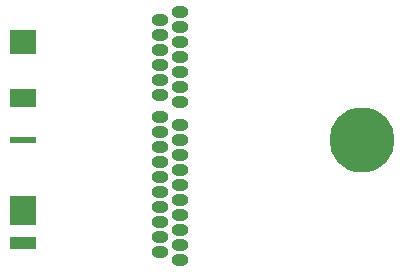
<source format=gbs>
G04*
G04 #@! TF.GenerationSoftware,Altium Limited,Altium Designer,22.3.1 (43)*
G04*
G04 Layer_Color=16711935*
%FSLAX25Y25*%
%MOIN*%
G70*
G04*
G04 #@! TF.SameCoordinates,698DBC82-D8F4-4E88-83ED-E0681CBDB87E*
G04*
G04*
G04 #@! TF.FilePolarity,Negative*
G04*
G01*
G75*
%ADD18O,0.05721X0.03950*%
%ADD19O,0.21666X0.21666*%
%ADD25R,0.08674X0.01981*%
D18*
X51315Y36634D02*
D03*
X57890Y34134D02*
D03*
Y29134D02*
D03*
Y24134D02*
D03*
Y19134D02*
D03*
Y14134D02*
D03*
Y9134D02*
D03*
Y4134D02*
D03*
Y-866D02*
D03*
Y51504D02*
D03*
Y39134D02*
D03*
Y44134D02*
D03*
Y71504D02*
D03*
Y66504D02*
D03*
Y61504D02*
D03*
Y76504D02*
D03*
X51315Y79004D02*
D03*
X57890Y81504D02*
D03*
X51315Y69004D02*
D03*
Y64004D02*
D03*
Y59004D02*
D03*
Y54004D02*
D03*
Y74004D02*
D03*
Y41634D02*
D03*
Y31634D02*
D03*
Y26634D02*
D03*
Y21634D02*
D03*
Y16634D02*
D03*
Y6634D02*
D03*
Y1634D02*
D03*
Y11634D02*
D03*
Y46634D02*
D03*
X57890Y56504D02*
D03*
D19*
X118603Y39134D02*
D03*
D25*
X5413Y39088D02*
D03*
Y3655D02*
D03*
Y5624D02*
D03*
Y11529D02*
D03*
Y13498D02*
D03*
Y15466D02*
D03*
Y17435D02*
D03*
Y19403D02*
D03*
Y50899D02*
D03*
Y52868D02*
D03*
Y54836D02*
D03*
Y74521D02*
D03*
Y72553D02*
D03*
Y70584D02*
D03*
Y68616D02*
D03*
M02*

</source>
